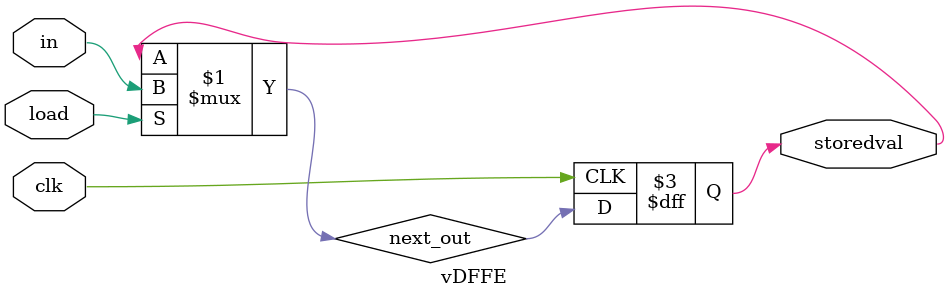
<source format=v>
module regfile(data_in,writenum,write,readnum,clk,data_out);

	input [15:0] data_in;
	input [2:0] writenum, readnum;
	input write;
	input clk;
	output [15:0] data_out;

	wire [7:0] topdecoderoutput;
	wire [7:0] bottomdecoderoutput;
	wire [15:0] R0;
	wire [15:0] R1;
	wire [15:0] R2;
	wire [15:0] R3;
	wire [15:0] R4;
	wire [15:0] R5;
	wire [15:0] R6;
	wire [15:0] R7;

/*Instantiation #1: Top decoder

Inputs:
1. writenum (local, 3 bit binary): the number of the register we want to write our value to

Outputs:
1. topdecoderoutput (8 bit one hot): the number of the register we want to write out value to in one hot code

*/

decoder #(3,8) topinstance(writenum, topdecoderoutput);

/*Instantation Set #3: all registers

Inputs:
1. clk (local, 1 bit binary): clock signal
2. topload(zero - eight) (#2, 1 bit binary each): load provided to each register load enable circuit (controlling whether or not the value is written to that register)
3. data_in (local, 16 bit binary): the 16 bit input value to store in the relevant register

Outputs:
1. R (0 through 7) (16 bit binary): depending on the load, may store the value on the next rising edge of the clock 

*/

vDFFE #(16) regzero(clk, (topdecoderoutput[0] && write), data_in, R0);
vDFFE #(16) regone(clk, (topdecoderoutput[1] && write), data_in, R1);
vDFFE #(16) regtwo(clk, (topdecoderoutput[2] && write), data_in, R2);
vDFFE #(16) regthree(clk, (topdecoderoutput[3] && write), data_in, R3);
vDFFE #(16) regfour(clk, (topdecoderoutput[4] && write), data_in, R4);
vDFFE #(16) regfive(clk, (topdecoderoutput[5] && write), data_in, R5);
vDFFE #(16) regsix(clk, (topdecoderoutput[6] && write), data_in, R6);
vDFFE #(16) regseven(clk, (topdecoderoutput[7] && write), data_in, R7);

/* Instantiation #4: Lower decoder

Inputs: 
1. readnum (local, 3 bit binary): number of the register storing the value we care about 

Outputs:
1. bottomdecoderoutput (8 bit one hot): register number in one hot code

*/

decoder #(3,8) bottominstance(readnum, bottomdecoderoutput);

/*Instantiation #5: Lower multiplexer

Inputs:
1. all registers (#3, 16 bit binary)
2. bottomdecoderoutput (#4, 8 bit one hot): the register number from which the storedvalue must be copied to data_out, in one hot code (essentially the select)

Outputs: 

1. data_out (16 bit binary): the output value based on the bottomdecoderoutput 

*/

Mux8a #(16) bottommux(R7,R6,R5,R4,R3,R2,R1,R0, bottomdecoderoutput, data_out);


endmodule 

//decoder module  

module decoder(a,b);
 parameter n = 2;
 parameter m = 4;
 
 input [n-1:0] a;
 output [m-1:0] b;
 wire [m-1:0] b = 1 << a;
endmodule

//multiplexer module

module Mux8a(regseven,regsix,regfive,regfour,regthree,regtwo,regone,regzero, decoderoutput, data_out);
	parameter k = 1;
	input [k-1:0] regseven,regsix,regfive,regfour,regthree,regtwo,regone,regzero;
	input [7:0] decoderoutput;
	output [k-1:0] data_out;
	reg [k-1:0] data_out;

always @(*) begin
	case(decoderoutput)
		8'b00000001: data_out = regzero;
		8'b00000010: data_out = regone;
		8'b00000100: data_out = regtwo;
		8'b00001000: data_out = regthree;
		8'b00010000: data_out = regfour;
		8'b00100000: data_out = regfive;
		8'b01000000: data_out = regsix;
		8'b10000000: data_out = regseven;
		default: data_out = {k{1'bx}};
	endcase
end

endmodule 

//register load enabled module 
		
module vDFFE(clk, load, in, storedval);
	parameter n = 1;
	input clk, load;
	input [n-1:0] in;
	output [n-1:0] storedval;
	reg [n-1:0] storedval;
	wire [n-1:0] next_out;

	assign next_out = load ? in : storedval;

	always @(posedge clk)
	storedval = next_out;
endmodule 


</source>
